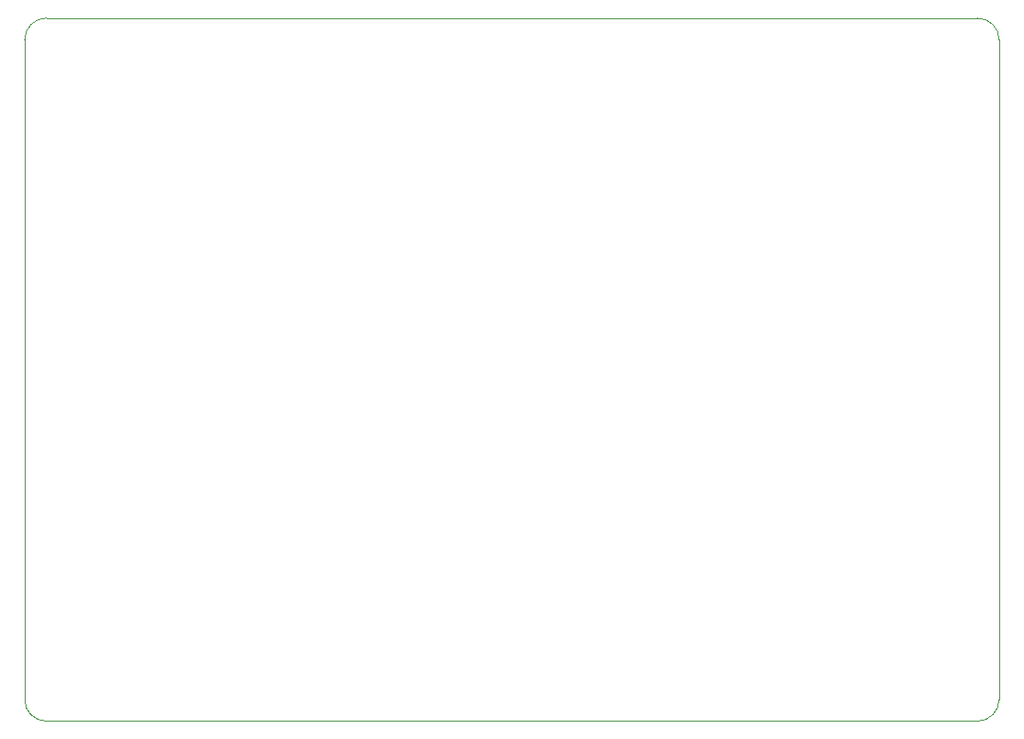
<source format=gm1>
%TF.GenerationSoftware,KiCad,Pcbnew,9.0.7*%
%TF.CreationDate,2026-01-24T19:15:04+01:00*%
%TF.ProjectId,carte_support_reveil,63617274-655f-4737-9570-706f72745f72,rev?*%
%TF.SameCoordinates,Original*%
%TF.FileFunction,Profile,NP*%
%FSLAX46Y46*%
G04 Gerber Fmt 4.6, Leading zero omitted, Abs format (unit mm)*
G04 Created by KiCad (PCBNEW 9.0.7) date 2026-01-24 19:15:04*
%MOMM*%
%LPD*%
G01*
G04 APERTURE LIST*
%TA.AperFunction,Profile*%
%ADD10C,0.050000*%
%TD*%
G04 APERTURE END LIST*
D10*
X95904000Y-71024000D02*
X181904000Y-71024000D01*
X183904000Y-73024000D02*
X183904000Y-134024000D01*
X93904000Y-134024000D02*
X93904000Y-73024000D01*
X181904000Y-136024000D02*
X95904000Y-136024000D01*
X95904000Y-136024000D02*
G75*
G02*
X93904000Y-134024000I0J2000000D01*
G01*
X183904000Y-134024000D02*
G75*
G02*
X181904000Y-136024000I-2000000J0D01*
G01*
X93904000Y-73024000D02*
G75*
G02*
X95904000Y-71024000I2000000J0D01*
G01*
X181904000Y-71024000D02*
G75*
G02*
X183904000Y-73024000I0J-2000000D01*
G01*
M02*

</source>
